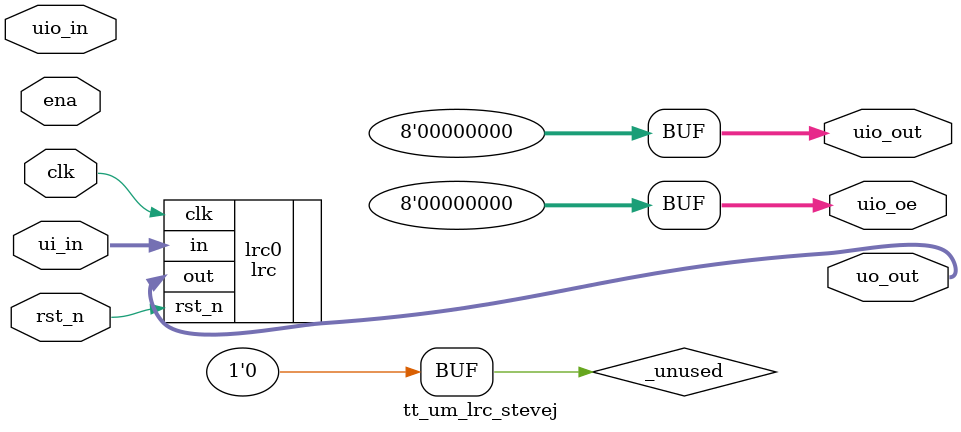
<source format=v>
/*
 * Copyright (c) 2024 Your Name
 * SPDX-License-Identifier: Apache-2.0
 */

`default_nettype none
`include "lrc.v"

module tt_um_lrc_stevej (
    input  wire [7:0] ui_in,    // Dedicated inputs
    output wire [7:0] uo_out,   // Dedicated outputs
    input  wire [7:0] uio_in,   // IOs: Input path
    output wire [7:0] uio_out,  // IOs: Output path
    output wire [7:0] uio_oe,   // IOs: Enable path (active high: 0=input, 1=output)
    input  wire       ena,      // always 1 when the design is powered, so you can ignore it
    input  wire       clk,      // clock
    input  wire       rst_n     // reset_n - low to reset
);

  // All output pins must be assigned. If not used, assign to 0.
  //assign uo_out  = ui_in + uio_in;  // Example: ou_out is the sum of ui_in and uio_in
  assign uio_out = 0;
  assign uio_oe  = 0;


lrc lrc0(
  .clk(clk),
  .rst_n(rst_n),
  .in(ui_in),
  .out(uo_out)
);

  // List all unused inputs to prevent warnings
  wire _unused = &{ena, 1'b0};

endmodule

</source>
